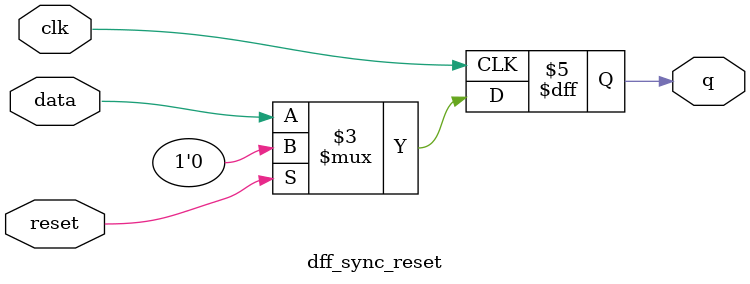
<source format=v>
module dff_sync_reset (
	input data, // Data Input
	input clk, // Clock Input
	input reset, // Reset input
	output reg q        // Q output
);

always @ ( posedge clk)
begin
	if (reset) //debug:
	begin
	  q <= 1'b0;
	end  
	else 
	begin
	  q <= data;
	end
end

endmodule
</source>
